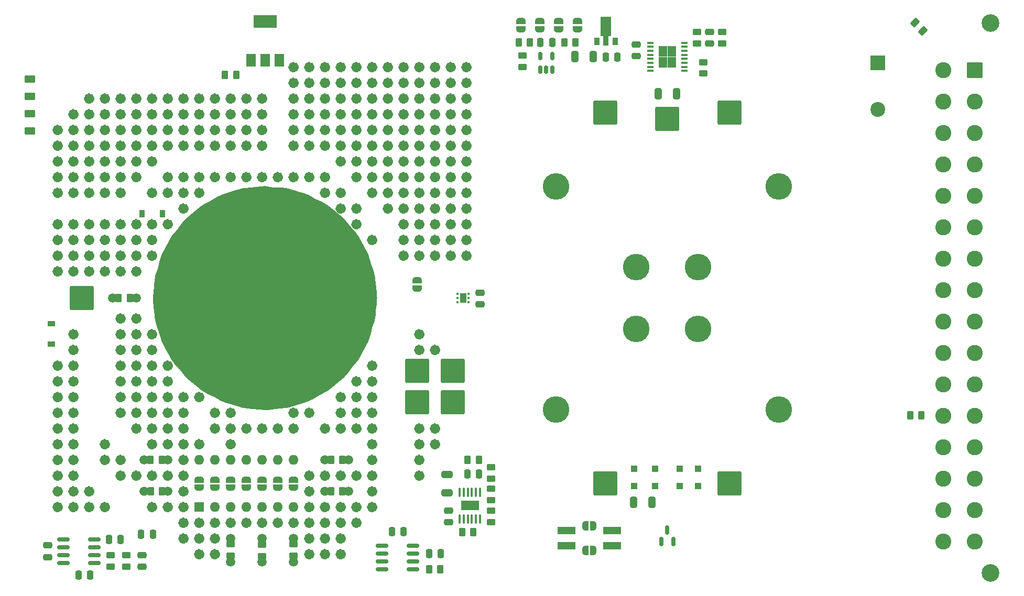
<source format=gbr>
%TF.GenerationSoftware,KiCad,Pcbnew,(6.0.0)*%
%TF.CreationDate,2022-01-14T14:41:52+01:00*%
%TF.ProjectId,ADRmu,4144526d-752e-46b6-9963-61645f706362,rev?*%
%TF.SameCoordinates,Original*%
%TF.FileFunction,Soldermask,Top*%
%TF.FilePolarity,Negative*%
%FSLAX46Y46*%
G04 Gerber Fmt 4.6, Leading zero omitted, Abs format (unit mm)*
G04 Created by KiCad (PCBNEW (6.0.0)) date 2022-01-14 14:41:52*
%MOMM*%
%LPD*%
G01*
G04 APERTURE LIST*
G04 Aperture macros list*
%AMRoundRect*
0 Rectangle with rounded corners*
0 $1 Rounding radius*
0 $2 $3 $4 $5 $6 $7 $8 $9 X,Y pos of 4 corners*
0 Add a 4 corners polygon primitive as box body*
4,1,4,$2,$3,$4,$5,$6,$7,$8,$9,$2,$3,0*
0 Add four circle primitives for the rounded corners*
1,1,$1+$1,$2,$3*
1,1,$1+$1,$4,$5*
1,1,$1+$1,$6,$7*
1,1,$1+$1,$8,$9*
0 Add four rect primitives between the rounded corners*
20,1,$1+$1,$2,$3,$4,$5,0*
20,1,$1+$1,$4,$5,$6,$7,0*
20,1,$1+$1,$6,$7,$8,$9,0*
20,1,$1+$1,$8,$9,$2,$3,0*%
%AMFreePoly0*
4,1,22,0.500000,-0.750000,0.000000,-0.750000,0.000000,-0.745033,-0.079941,-0.743568,-0.215256,-0.701293,-0.333266,-0.622738,-0.424486,-0.514219,-0.481581,-0.384460,-0.499164,-0.250000,-0.500000,-0.250000,-0.500000,0.250000,-0.499164,0.250000,-0.499963,0.256109,-0.478152,0.396186,-0.417904,0.524511,-0.324060,0.630769,-0.204165,0.706417,-0.067858,0.745374,0.000000,0.744959,0.000000,0.750000,
0.500000,0.750000,0.500000,-0.750000,0.500000,-0.750000,$1*%
%AMFreePoly1*
4,1,20,0.000000,0.744959,0.073905,0.744508,0.209726,0.703889,0.328688,0.626782,0.421226,0.519385,0.479903,0.390333,0.500000,0.250000,0.500000,-0.250000,0.499851,-0.262216,0.476331,-0.402017,0.414519,-0.529596,0.319384,-0.634700,0.198574,-0.708877,0.061801,-0.746166,0.000000,-0.745033,0.000000,-0.750000,-0.500000,-0.750000,-0.500000,0.750000,0.000000,0.750000,0.000000,0.744959,
0.000000,0.744959,$1*%
%AMFreePoly2*
4,1,9,3.862500,-0.866500,0.737500,-0.866500,0.737500,-0.450000,-0.737500,-0.450000,-0.737500,0.450000,0.737500,0.450000,0.737500,0.866500,3.862500,0.866500,3.862500,-0.866500,3.862500,-0.866500,$1*%
G04 Aperture macros list end*
%ADD10C,0.875000*%
%ADD11C,18.100000*%
%ADD12RoundRect,0.250000X0.262500X0.450000X-0.262500X0.450000X-0.262500X-0.450000X0.262500X-0.450000X0*%
%ADD13RoundRect,0.250000X0.503814X0.132583X0.132583X0.503814X-0.503814X-0.132583X-0.132583X-0.503814X0*%
%ADD14RoundRect,0.250000X0.625000X-0.375000X0.625000X0.375000X-0.625000X0.375000X-0.625000X-0.375000X0*%
%ADD15RoundRect,0.250000X-0.450000X0.262500X-0.450000X-0.262500X0.450000X-0.262500X0.450000X0.262500X0*%
%ADD16RoundRect,0.250002X1.699998X1.699998X-1.699998X1.699998X-1.699998X-1.699998X1.699998X-1.699998X0*%
%ADD17FreePoly0,270.000000*%
%ADD18FreePoly1,270.000000*%
%ADD19C,4.300000*%
%ADD20RoundRect,0.250002X-1.699998X-1.699998X1.699998X-1.699998X1.699998X1.699998X-1.699998X1.699998X0*%
%ADD21RoundRect,0.250000X-0.250000X-0.475000X0.250000X-0.475000X0.250000X0.475000X-0.250000X0.475000X0*%
%ADD22RoundRect,0.250000X-0.262500X-0.450000X0.262500X-0.450000X0.262500X0.450000X-0.262500X0.450000X0*%
%ADD23R,0.900000X1.200000*%
%ADD24FreePoly0,90.000000*%
%ADD25FreePoly1,90.000000*%
%ADD26C,2.850000*%
%ADD27RoundRect,0.250000X-1.050000X1.050000X-1.050000X-1.050000X1.050000X-1.050000X1.050000X1.050000X0*%
%ADD28C,2.600000*%
%ADD29C,1.500000*%
%ADD30RoundRect,0.150000X-0.825000X-0.150000X0.825000X-0.150000X0.825000X0.150000X-0.825000X0.150000X0*%
%ADD31RoundRect,0.093750X-0.093750X-0.106250X0.093750X-0.106250X0.093750X0.106250X-0.093750X0.106250X0*%
%ADD32R,1.000000X1.600000*%
%ADD33RoundRect,0.250000X0.450000X-0.262500X0.450000X0.262500X-0.450000X0.262500X-0.450000X-0.262500X0*%
%ADD34RoundRect,0.250000X-0.325000X-0.650000X0.325000X-0.650000X0.325000X0.650000X-0.325000X0.650000X0*%
%ADD35RoundRect,0.250000X0.650000X-0.325000X0.650000X0.325000X-0.650000X0.325000X-0.650000X-0.325000X0*%
%ADD36R,0.900000X1.300000*%
%ADD37FreePoly2,90.000000*%
%ADD38RoundRect,0.100000X0.100000X-0.625000X0.100000X0.625000X-0.100000X0.625000X-0.100000X-0.625000X0*%
%ADD39R,2.850000X1.650000*%
%ADD40RoundRect,0.250000X-0.475000X0.250000X-0.475000X-0.250000X0.475000X-0.250000X0.475000X0.250000X0*%
%ADD41RoundRect,0.250000X0.475000X-0.250000X0.475000X0.250000X-0.475000X0.250000X-0.475000X-0.250000X0*%
%ADD42FreePoly0,180.000000*%
%ADD43FreePoly1,180.000000*%
%ADD44RoundRect,0.250000X0.250000X0.475000X-0.250000X0.475000X-0.250000X-0.475000X0.250000X-0.475000X0*%
%ADD45R,2.400000X2.400000*%
%ADD46C,2.400000*%
%ADD47R,1.200000X0.900000*%
%ADD48RoundRect,0.150000X0.150000X-0.512500X0.150000X0.512500X-0.150000X0.512500X-0.150000X-0.512500X0*%
%ADD49R,1.100000X1.100000*%
%ADD50R,1.050000X0.450000*%
%ADD51R,1.470000X0.895000*%
%ADD52RoundRect,0.150000X0.150000X-0.587500X0.150000X0.587500X-0.150000X0.587500X-0.150000X-0.587500X0*%
%ADD53O,1.200000X1.600000*%
%ADD54O,1.200000X1.200000*%
%ADD55R,2.850000X1.200000*%
%ADD56R,1.600000X1.600000*%
%ADD57O,1.600000X1.600000*%
%ADD58RoundRect,0.250000X0.325000X0.650000X-0.325000X0.650000X-0.325000X-0.650000X0.325000X-0.650000X0*%
%ADD59R,1.500000X2.000000*%
%ADD60R,3.800000X2.000000*%
G04 APERTURE END LIST*
D10*
X125212500Y-85540000D02*
G75*
G03*
X125212500Y-85540000I-437500J0D01*
G01*
X122672500Y-85540000D02*
G75*
G03*
X122672500Y-85540000I-437500J0D01*
G01*
X97272500Y-85540000D02*
G75*
G03*
X97272500Y-85540000I-437500J0D01*
G01*
X109972500Y-80460000D02*
G75*
G03*
X109972500Y-80460000I-437500J0D01*
G01*
X112512500Y-80460000D02*
G75*
G03*
X112512500Y-80460000I-437500J0D01*
G01*
X94732500Y-118560000D02*
G75*
G03*
X94732500Y-118560000I-437500J0D01*
G01*
X99812500Y-136340000D02*
G75*
G03*
X99812500Y-136340000I-437500J0D01*
G01*
X87112500Y-113480000D02*
G75*
G03*
X87112500Y-113480000I-437500J0D01*
G01*
X125212500Y-80460000D02*
G75*
G03*
X125212500Y-80460000I-437500J0D01*
G01*
X89652500Y-128720000D02*
G75*
G03*
X89652500Y-128720000I-437500J0D01*
G01*
X140452500Y-67760000D02*
G75*
G03*
X140452500Y-67760000I-437500J0D01*
G01*
X117592500Y-67760000D02*
G75*
G03*
X117592500Y-67760000I-437500J0D01*
G01*
X125212500Y-88080000D02*
G75*
G03*
X125212500Y-88080000I-437500J0D01*
G01*
X87112500Y-116020000D02*
G75*
G03*
X87112500Y-116020000I-437500J0D01*
G01*
X130292500Y-67760000D02*
G75*
G03*
X130292500Y-67760000I-437500J0D01*
G01*
X130292500Y-65220000D02*
G75*
G03*
X130292500Y-65220000I-437500J0D01*
G01*
X117592500Y-141420000D02*
G75*
G03*
X117592500Y-141420000I-437500J0D01*
G01*
X84572500Y-90620000D02*
G75*
G03*
X84572500Y-90620000I-437500J0D01*
G01*
X135372500Y-128720000D02*
G75*
G03*
X135372500Y-128720000I-437500J0D01*
G01*
X125212500Y-75380000D02*
G75*
G03*
X125212500Y-75380000I-437500J0D01*
G01*
X76952500Y-83000000D02*
G75*
G03*
X76952500Y-83000000I-437500J0D01*
G01*
X115052500Y-67760000D02*
G75*
G03*
X115052500Y-67760000I-437500J0D01*
G01*
X79492500Y-75380000D02*
G75*
G03*
X79492500Y-75380000I-437500J0D01*
G01*
X94732500Y-75380000D02*
G75*
G03*
X94732500Y-75380000I-437500J0D01*
G01*
X102352500Y-67760000D02*
G75*
G03*
X102352500Y-67760000I-437500J0D01*
G01*
X79492500Y-83000000D02*
G75*
G03*
X79492500Y-83000000I-437500J0D01*
G01*
X122672500Y-136340000D02*
G75*
G03*
X122672500Y-136340000I-437500J0D01*
G01*
X125212500Y-116020000D02*
G75*
G03*
X125212500Y-116020000I-437500J0D01*
G01*
X122672500Y-62680000D02*
G75*
G03*
X122672500Y-62680000I-437500J0D01*
G01*
X107432500Y-75380000D02*
G75*
G03*
X107432500Y-75380000I-437500J0D01*
G01*
X84572500Y-75380000D02*
G75*
G03*
X84572500Y-75380000I-437500J0D01*
G01*
X102352500Y-118560000D02*
G75*
G03*
X102352500Y-118560000I-437500J0D01*
G01*
X87112500Y-118560000D02*
G75*
G03*
X87112500Y-118560000I-437500J0D01*
G01*
X94732500Y-83000000D02*
G75*
G03*
X94732500Y-83000000I-437500J0D01*
G01*
X87112500Y-93160000D02*
G75*
G03*
X87112500Y-93160000I-437500J0D01*
G01*
X122672500Y-77920000D02*
G75*
G03*
X122672500Y-77920000I-437500J0D01*
G01*
X89652500Y-77920000D02*
G75*
G03*
X89652500Y-77920000I-437500J0D01*
G01*
X92192500Y-75380000D02*
G75*
G03*
X92192500Y-75380000I-437500J0D01*
G01*
X142992500Y-65220000D02*
G75*
G03*
X142992500Y-65220000I-437500J0D01*
G01*
X92192500Y-88080000D02*
G75*
G03*
X92192500Y-88080000I-437500J0D01*
G01*
X92192500Y-83000000D02*
G75*
G03*
X92192500Y-83000000I-437500J0D01*
G01*
X122672500Y-75380000D02*
G75*
G03*
X122672500Y-75380000I-437500J0D01*
G01*
X82032500Y-90620000D02*
G75*
G03*
X82032500Y-90620000I-437500J0D01*
G01*
X87112500Y-72840000D02*
G75*
G03*
X87112500Y-72840000I-437500J0D01*
G01*
X122672500Y-70300000D02*
G75*
G03*
X122672500Y-70300000I-437500J0D01*
G01*
X84572500Y-133800000D02*
G75*
G03*
X84572500Y-133800000I-437500J0D01*
G01*
X117592500Y-136340000D02*
G75*
G03*
X117592500Y-136340000I-437500J0D01*
G01*
X107432500Y-136340000D02*
G75*
G03*
X107432500Y-136340000I-437500J0D01*
G01*
X94732500Y-67760000D02*
G75*
G03*
X94732500Y-67760000I-437500J0D01*
G01*
X109972500Y-72840000D02*
G75*
G03*
X109972500Y-72840000I-437500J0D01*
G01*
X89652500Y-121100000D02*
G75*
G03*
X89652500Y-121100000I-437500J0D01*
G01*
X135372500Y-126180000D02*
G75*
G03*
X135372500Y-126180000I-437500J0D01*
G01*
X122672500Y-67760000D02*
G75*
G03*
X122672500Y-67760000I-437500J0D01*
G01*
X117592500Y-80460000D02*
G75*
G03*
X117592500Y-80460000I-437500J0D01*
G01*
X99812500Y-80460000D02*
G75*
G03*
X99812500Y-80460000I-437500J0D01*
G01*
X140452500Y-88080000D02*
G75*
G03*
X140452500Y-88080000I-437500J0D01*
G01*
X127752500Y-75380000D02*
G75*
G03*
X127752500Y-75380000I-437500J0D01*
G01*
X127752500Y-121100000D02*
G75*
G03*
X127752500Y-121100000I-437500J0D01*
G01*
X142992500Y-70300000D02*
G75*
G03*
X142992500Y-70300000I-437500J0D01*
G01*
X97272500Y-80460000D02*
G75*
G03*
X97272500Y-80460000I-437500J0D01*
G01*
X132832500Y-85540000D02*
G75*
G03*
X132832500Y-85540000I-437500J0D01*
G01*
X137912500Y-77920000D02*
G75*
G03*
X137912500Y-77920000I-437500J0D01*
G01*
X97272500Y-70300000D02*
G75*
G03*
X97272500Y-70300000I-437500J0D01*
G01*
X120132500Y-141420000D02*
G75*
G03*
X120132500Y-141420000I-437500J0D01*
G01*
X79492500Y-128720000D02*
G75*
G03*
X79492500Y-128720000I-437500J0D01*
G01*
X104892500Y-72840000D02*
G75*
G03*
X104892500Y-72840000I-437500J0D01*
G01*
X99812500Y-72840000D02*
G75*
G03*
X99812500Y-72840000I-437500J0D01*
G01*
X84572500Y-95700000D02*
G75*
G03*
X84572500Y-95700000I-437500J0D01*
G01*
X82032500Y-131260000D02*
G75*
G03*
X82032500Y-131260000I-437500J0D01*
G01*
X89652500Y-90620000D02*
G75*
G03*
X89652500Y-90620000I-437500J0D01*
G01*
X87112500Y-90620000D02*
G75*
G03*
X87112500Y-90620000I-437500J0D01*
G01*
X99812500Y-83000000D02*
G75*
G03*
X99812500Y-83000000I-437500J0D01*
G01*
X142992500Y-83000000D02*
G75*
G03*
X142992500Y-83000000I-437500J0D01*
G01*
X79492500Y-93160000D02*
G75*
G03*
X79492500Y-93160000I-437500J0D01*
G01*
X84572500Y-77920000D02*
G75*
G03*
X84572500Y-77920000I-437500J0D01*
G01*
X107432500Y-67760000D02*
G75*
G03*
X107432500Y-67760000I-437500J0D01*
G01*
X142992500Y-93160000D02*
G75*
G03*
X142992500Y-93160000I-437500J0D01*
G01*
X127752500Y-67760000D02*
G75*
G03*
X127752500Y-67760000I-437500J0D01*
G01*
X94732500Y-121100000D02*
G75*
G03*
X94732500Y-121100000I-437500J0D01*
G01*
X92192500Y-113480000D02*
G75*
G03*
X92192500Y-113480000I-437500J0D01*
G01*
X79492500Y-123640000D02*
G75*
G03*
X79492500Y-123640000I-437500J0D01*
G01*
X89652500Y-103320000D02*
G75*
G03*
X89652500Y-103320000I-437500J0D01*
G01*
X122672500Y-128720000D02*
G75*
G03*
X122672500Y-128720000I-437500J0D01*
G01*
D11*
X119050000Y-100000000D02*
G75*
G03*
X119050000Y-100000000I-9050000J0D01*
G01*
D10*
X89652500Y-67760000D02*
G75*
G03*
X89652500Y-67760000I-437500J0D01*
G01*
X132832500Y-72840000D02*
G75*
G03*
X132832500Y-72840000I-437500J0D01*
G01*
X76952500Y-133800000D02*
G75*
G03*
X76952500Y-133800000I-437500J0D01*
G01*
X107432500Y-70300000D02*
G75*
G03*
X107432500Y-70300000I-437500J0D01*
G01*
X94732500Y-113480000D02*
G75*
G03*
X94732500Y-113480000I-437500J0D01*
G01*
X112512500Y-121100000D02*
G75*
G03*
X112512500Y-121100000I-437500J0D01*
G01*
X122672500Y-65220000D02*
G75*
G03*
X122672500Y-65220000I-437500J0D01*
G01*
X92192500Y-70300000D02*
G75*
G03*
X92192500Y-70300000I-437500J0D01*
G01*
X76952500Y-113480000D02*
G75*
G03*
X76952500Y-113480000I-437500J0D01*
G01*
X76952500Y-93160000D02*
G75*
G03*
X76952500Y-93160000I-437500J0D01*
G01*
X76952500Y-95700000D02*
G75*
G03*
X76952500Y-95700000I-437500J0D01*
G01*
X122672500Y-133800000D02*
G75*
G03*
X122672500Y-133800000I-437500J0D01*
G01*
X79492500Y-131260000D02*
G75*
G03*
X79492500Y-131260000I-437500J0D01*
G01*
X140452500Y-93160000D02*
G75*
G03*
X140452500Y-93160000I-437500J0D01*
G01*
X104892500Y-136340000D02*
G75*
G03*
X104892500Y-136340000I-437500J0D01*
G01*
X127752500Y-70300000D02*
G75*
G03*
X127752500Y-70300000I-437500J0D01*
G01*
X127752500Y-128720000D02*
G75*
G03*
X127752500Y-128720000I-437500J0D01*
G01*
X117592500Y-128720000D02*
G75*
G03*
X117592500Y-128720000I-437500J0D01*
G01*
X79492500Y-121100000D02*
G75*
G03*
X79492500Y-121100000I-437500J0D01*
G01*
X140452500Y-72840000D02*
G75*
G03*
X140452500Y-72840000I-437500J0D01*
G01*
X97272500Y-136340000D02*
G75*
G03*
X97272500Y-136340000I-437500J0D01*
G01*
X127752500Y-72840000D02*
G75*
G03*
X127752500Y-72840000I-437500J0D01*
G01*
X79492500Y-116020000D02*
G75*
G03*
X79492500Y-116020000I-437500J0D01*
G01*
X76952500Y-72840000D02*
G75*
G03*
X76952500Y-72840000I-437500J0D01*
G01*
X89652500Y-80460000D02*
G75*
G03*
X89652500Y-80460000I-437500J0D01*
G01*
X94732500Y-103320000D02*
G75*
G03*
X94732500Y-103320000I-437500J0D01*
G01*
X102352500Y-72840000D02*
G75*
G03*
X102352500Y-72840000I-437500J0D01*
G01*
X127752500Y-65220000D02*
G75*
G03*
X127752500Y-65220000I-437500J0D01*
G01*
X76952500Y-77920000D02*
G75*
G03*
X76952500Y-77920000I-437500J0D01*
G01*
X76952500Y-126180000D02*
G75*
G03*
X76952500Y-126180000I-437500J0D01*
G01*
X92192500Y-93160000D02*
G75*
G03*
X92192500Y-93160000I-437500J0D01*
G01*
X137912500Y-62680000D02*
G75*
G03*
X137912500Y-62680000I-437500J0D01*
G01*
X89652500Y-118560000D02*
G75*
G03*
X89652500Y-118560000I-437500J0D01*
G01*
X137912500Y-80460000D02*
G75*
G03*
X137912500Y-80460000I-437500J0D01*
G01*
X104892500Y-80460000D02*
G75*
G03*
X104892500Y-80460000I-437500J0D01*
G01*
X79492500Y-90620000D02*
G75*
G03*
X79492500Y-90620000I-437500J0D01*
G01*
X130292500Y-72840000D02*
G75*
G03*
X130292500Y-72840000I-437500J0D01*
G01*
X79492500Y-113480000D02*
G75*
G03*
X79492500Y-113480000I-437500J0D01*
G01*
X92192500Y-123640000D02*
G75*
G03*
X92192500Y-123640000I-437500J0D01*
G01*
X109972500Y-67760000D02*
G75*
G03*
X109972500Y-67760000I-437500J0D01*
G01*
X89652500Y-88080000D02*
G75*
G03*
X89652500Y-88080000I-437500J0D01*
G01*
X92192500Y-67760000D02*
G75*
G03*
X92192500Y-67760000I-437500J0D01*
G01*
X84572500Y-67760000D02*
G75*
G03*
X84572500Y-67760000I-437500J0D01*
G01*
X117592500Y-133800000D02*
G75*
G03*
X117592500Y-133800000I-437500J0D01*
G01*
X109972500Y-75380000D02*
G75*
G03*
X109972500Y-75380000I-437500J0D01*
G01*
X125212500Y-67760000D02*
G75*
G03*
X125212500Y-67760000I-437500J0D01*
G01*
X104892500Y-121100000D02*
G75*
G03*
X104892500Y-121100000I-437500J0D01*
G01*
X89652500Y-72840000D02*
G75*
G03*
X89652500Y-72840000I-437500J0D01*
G01*
X99812500Y-75380000D02*
G75*
G03*
X99812500Y-75380000I-437500J0D01*
G01*
X104892500Y-123640000D02*
G75*
G03*
X104892500Y-123640000I-437500J0D01*
G01*
X76952500Y-75380000D02*
G75*
G03*
X76952500Y-75380000I-437500J0D01*
G01*
X137912500Y-83000000D02*
G75*
G03*
X137912500Y-83000000I-437500J0D01*
G01*
X87112500Y-95700000D02*
G75*
G03*
X87112500Y-95700000I-437500J0D01*
G01*
X125212500Y-133800000D02*
G75*
G03*
X125212500Y-133800000I-437500J0D01*
G01*
X92192500Y-110940000D02*
G75*
G03*
X92192500Y-110940000I-437500J0D01*
G01*
X142992500Y-88080000D02*
G75*
G03*
X142992500Y-88080000I-437500J0D01*
G01*
X132832500Y-77920000D02*
G75*
G03*
X132832500Y-77920000I-437500J0D01*
G01*
X87112500Y-75380000D02*
G75*
G03*
X87112500Y-75380000I-437500J0D01*
G01*
X127752500Y-90620000D02*
G75*
G03*
X127752500Y-90620000I-437500J0D01*
G01*
X107432500Y-72840000D02*
G75*
G03*
X107432500Y-72840000I-437500J0D01*
G01*
X97272500Y-118560000D02*
G75*
G03*
X97272500Y-118560000I-437500J0D01*
G01*
X94732500Y-133800000D02*
G75*
G03*
X94732500Y-133800000I-437500J0D01*
G01*
X87112500Y-105860000D02*
G75*
G03*
X87112500Y-105860000I-437500J0D01*
G01*
X76952500Y-123640000D02*
G75*
G03*
X76952500Y-123640000I-437500J0D01*
G01*
X84572500Y-93160000D02*
G75*
G03*
X84572500Y-93160000I-437500J0D01*
G01*
X135372500Y-77920000D02*
G75*
G03*
X135372500Y-77920000I-437500J0D01*
G01*
X97272500Y-83000000D02*
G75*
G03*
X97272500Y-83000000I-437500J0D01*
G01*
X142992500Y-75380000D02*
G75*
G03*
X142992500Y-75380000I-437500J0D01*
G01*
X109972500Y-136340000D02*
G75*
G03*
X109972500Y-136340000I-437500J0D01*
G01*
X122672500Y-83000000D02*
G75*
G03*
X122672500Y-83000000I-437500J0D01*
G01*
X87112500Y-80460000D02*
G75*
G03*
X87112500Y-80460000I-437500J0D01*
G01*
X97272500Y-126180000D02*
G75*
G03*
X97272500Y-126180000I-437500J0D01*
G01*
X79492500Y-77920000D02*
G75*
G03*
X79492500Y-77920000I-437500J0D01*
G01*
X115052500Y-121100000D02*
G75*
G03*
X115052500Y-121100000I-437500J0D01*
G01*
X79492500Y-88080000D02*
G75*
G03*
X79492500Y-88080000I-437500J0D01*
G01*
X142992500Y-67760000D02*
G75*
G03*
X142992500Y-67760000I-437500J0D01*
G01*
X97272500Y-116020000D02*
G75*
G03*
X97272500Y-116020000I-437500J0D01*
G01*
X115052500Y-65220000D02*
G75*
G03*
X115052500Y-65220000I-437500J0D01*
G01*
X130292500Y-77920000D02*
G75*
G03*
X130292500Y-77920000I-437500J0D01*
G01*
X120132500Y-136340000D02*
G75*
G03*
X120132500Y-136340000I-437500J0D01*
G01*
X79492500Y-80460000D02*
G75*
G03*
X79492500Y-80460000I-437500J0D01*
G01*
X102352500Y-141420000D02*
G75*
G03*
X102352500Y-141420000I-437500J0D01*
G01*
X82032500Y-75380000D02*
G75*
G03*
X82032500Y-75380000I-437500J0D01*
G01*
X112512500Y-136340000D02*
G75*
G03*
X112512500Y-136340000I-437500J0D01*
G01*
X135372500Y-62680000D02*
G75*
G03*
X135372500Y-62680000I-437500J0D01*
G01*
X97272500Y-72840000D02*
G75*
G03*
X97272500Y-72840000I-437500J0D01*
G01*
X125212500Y-62680000D02*
G75*
G03*
X125212500Y-62680000I-437500J0D01*
G01*
X79492500Y-70300000D02*
G75*
G03*
X79492500Y-70300000I-437500J0D01*
G01*
X92192500Y-72840000D02*
G75*
G03*
X92192500Y-72840000I-437500J0D01*
G01*
X120132500Y-75380000D02*
G75*
G03*
X120132500Y-75380000I-437500J0D01*
G01*
X135372500Y-90620000D02*
G75*
G03*
X135372500Y-90620000I-437500J0D01*
G01*
X84572500Y-70300000D02*
G75*
G03*
X84572500Y-70300000I-437500J0D01*
G01*
X82032500Y-77920000D02*
G75*
G03*
X82032500Y-77920000I-437500J0D01*
G01*
X99812500Y-138880000D02*
G75*
G03*
X99812500Y-138880000I-437500J0D01*
G01*
X92192500Y-90620000D02*
G75*
G03*
X92192500Y-90620000I-437500J0D01*
G01*
X92192500Y-118560000D02*
G75*
G03*
X92192500Y-118560000I-437500J0D01*
G01*
X127752500Y-131260000D02*
G75*
G03*
X127752500Y-131260000I-437500J0D01*
G01*
X94732500Y-70300000D02*
G75*
G03*
X94732500Y-70300000I-437500J0D01*
G01*
X132832500Y-70300000D02*
G75*
G03*
X132832500Y-70300000I-437500J0D01*
G01*
X127752500Y-133800000D02*
G75*
G03*
X127752500Y-133800000I-437500J0D01*
G01*
X137912500Y-93160000D02*
G75*
G03*
X137912500Y-93160000I-437500J0D01*
G01*
X79492500Y-118560000D02*
G75*
G03*
X79492500Y-118560000I-437500J0D01*
G01*
X76952500Y-131260000D02*
G75*
G03*
X76952500Y-131260000I-437500J0D01*
G01*
X117592500Y-118560000D02*
G75*
G03*
X117592500Y-118560000I-437500J0D01*
G01*
X89652500Y-108400000D02*
G75*
G03*
X89652500Y-108400000I-437500J0D01*
G01*
X137912500Y-123640000D02*
G75*
G03*
X137912500Y-123640000I-437500J0D01*
G01*
X76952500Y-80460000D02*
G75*
G03*
X76952500Y-80460000I-437500J0D01*
G01*
X127752500Y-62680000D02*
G75*
G03*
X127752500Y-62680000I-437500J0D01*
G01*
X122672500Y-121100000D02*
G75*
G03*
X122672500Y-121100000I-437500J0D01*
G01*
X82032500Y-72840000D02*
G75*
G03*
X82032500Y-72840000I-437500J0D01*
G01*
X142992500Y-62680000D02*
G75*
G03*
X142992500Y-62680000I-437500J0D01*
G01*
X84572500Y-72840000D02*
G75*
G03*
X84572500Y-72840000I-437500J0D01*
G01*
X127752500Y-116020000D02*
G75*
G03*
X127752500Y-116020000I-437500J0D01*
G01*
X125212500Y-113480000D02*
G75*
G03*
X125212500Y-113480000I-437500J0D01*
G01*
X125212500Y-136340000D02*
G75*
G03*
X125212500Y-136340000I-437500J0D01*
G01*
X132832500Y-93160000D02*
G75*
G03*
X132832500Y-93160000I-437500J0D01*
G01*
X76952500Y-90620000D02*
G75*
G03*
X76952500Y-90620000I-437500J0D01*
G01*
X104892500Y-67760000D02*
G75*
G03*
X104892500Y-67760000I-437500J0D01*
G01*
X115052500Y-136340000D02*
G75*
G03*
X115052500Y-136340000I-437500J0D01*
G01*
X82032500Y-67760000D02*
G75*
G03*
X82032500Y-67760000I-437500J0D01*
G01*
X115052500Y-72840000D02*
G75*
G03*
X115052500Y-72840000I-437500J0D01*
G01*
X120132500Y-65220000D02*
G75*
G03*
X120132500Y-65220000I-437500J0D01*
G01*
X97272500Y-67760000D02*
G75*
G03*
X97272500Y-67760000I-437500J0D01*
G01*
X132832500Y-67760000D02*
G75*
G03*
X132832500Y-67760000I-437500J0D01*
G01*
X120132500Y-70300000D02*
G75*
G03*
X120132500Y-70300000I-437500J0D01*
G01*
X120132500Y-83000000D02*
G75*
G03*
X120132500Y-83000000I-437500J0D01*
G01*
X120132500Y-72840000D02*
G75*
G03*
X120132500Y-72840000I-437500J0D01*
G01*
X135372500Y-72840000D02*
G75*
G03*
X135372500Y-72840000I-437500J0D01*
G01*
X115052500Y-75380000D02*
G75*
G03*
X115052500Y-75380000I-437500J0D01*
G01*
X79492500Y-95700000D02*
G75*
G03*
X79492500Y-95700000I-437500J0D01*
G01*
X84572500Y-80460000D02*
G75*
G03*
X84572500Y-80460000I-437500J0D01*
G01*
X125212500Y-121100000D02*
G75*
G03*
X125212500Y-121100000I-437500J0D01*
G01*
X137912500Y-85540000D02*
G75*
G03*
X137912500Y-85540000I-437500J0D01*
G01*
X137912500Y-65220000D02*
G75*
G03*
X137912500Y-65220000I-437500J0D01*
G01*
X76952500Y-88080000D02*
G75*
G03*
X76952500Y-88080000I-437500J0D01*
G01*
X117592500Y-131260000D02*
G75*
G03*
X117592500Y-131260000I-437500J0D01*
G01*
X115052500Y-80460000D02*
G75*
G03*
X115052500Y-80460000I-437500J0D01*
G01*
X79492500Y-72840000D02*
G75*
G03*
X79492500Y-72840000I-437500J0D01*
G01*
X99812500Y-116020000D02*
G75*
G03*
X99812500Y-116020000I-437500J0D01*
G01*
X87112500Y-126180000D02*
G75*
G03*
X87112500Y-126180000I-437500J0D01*
G01*
X92192500Y-105860000D02*
G75*
G03*
X92192500Y-105860000I-437500J0D01*
G01*
X125212500Y-65220000D02*
G75*
G03*
X125212500Y-65220000I-437500J0D01*
G01*
X84572500Y-126180000D02*
G75*
G03*
X84572500Y-126180000I-437500J0D01*
G01*
X94732500Y-88080000D02*
G75*
G03*
X94732500Y-88080000I-437500J0D01*
G01*
X97272500Y-138880000D02*
G75*
G03*
X97272500Y-138880000I-437500J0D01*
G01*
X132832500Y-65220000D02*
G75*
G03*
X132832500Y-65220000I-437500J0D01*
G01*
X102352500Y-70300000D02*
G75*
G03*
X102352500Y-70300000I-437500J0D01*
G01*
X135372500Y-88080000D02*
G75*
G03*
X135372500Y-88080000I-437500J0D01*
G01*
X120132500Y-80460000D02*
G75*
G03*
X120132500Y-80460000I-437500J0D01*
G01*
X125212500Y-77920000D02*
G75*
G03*
X125212500Y-77920000I-437500J0D01*
G01*
X127752500Y-126180000D02*
G75*
G03*
X127752500Y-126180000I-437500J0D01*
G01*
X130292500Y-62680000D02*
G75*
G03*
X130292500Y-62680000I-437500J0D01*
G01*
X135372500Y-105860000D02*
G75*
G03*
X135372500Y-105860000I-437500J0D01*
G01*
X89652500Y-116020000D02*
G75*
G03*
X89652500Y-116020000I-437500J0D01*
G01*
X104892500Y-70300000D02*
G75*
G03*
X104892500Y-70300000I-437500J0D01*
G01*
X92192500Y-133800000D02*
G75*
G03*
X92192500Y-133800000I-437500J0D01*
G01*
X137912500Y-70300000D02*
G75*
G03*
X137912500Y-70300000I-437500J0D01*
G01*
X130292500Y-83000000D02*
G75*
G03*
X130292500Y-83000000I-437500J0D01*
G01*
X89652500Y-113480000D02*
G75*
G03*
X89652500Y-113480000I-437500J0D01*
G01*
X142992500Y-80460000D02*
G75*
G03*
X142992500Y-80460000I-437500J0D01*
G01*
X117592500Y-70300000D02*
G75*
G03*
X117592500Y-70300000I-437500J0D01*
G01*
X94732500Y-80460000D02*
G75*
G03*
X94732500Y-80460000I-437500J0D01*
G01*
X82032500Y-133800000D02*
G75*
G03*
X82032500Y-133800000I-437500J0D01*
G01*
X102352500Y-75380000D02*
G75*
G03*
X102352500Y-75380000I-437500J0D01*
G01*
X102352500Y-80460000D02*
G75*
G03*
X102352500Y-80460000I-437500J0D01*
G01*
X97272500Y-131260000D02*
G75*
G03*
X97272500Y-131260000I-437500J0D01*
G01*
X76952500Y-110940000D02*
G75*
G03*
X76952500Y-110940000I-437500J0D01*
G01*
X94732500Y-72840000D02*
G75*
G03*
X94732500Y-72840000I-437500J0D01*
G01*
X97272500Y-133800000D02*
G75*
G03*
X97272500Y-133800000I-437500J0D01*
G01*
X87112500Y-88080000D02*
G75*
G03*
X87112500Y-88080000I-437500J0D01*
G01*
X97272500Y-123640000D02*
G75*
G03*
X97272500Y-123640000I-437500J0D01*
G01*
X142992500Y-77920000D02*
G75*
G03*
X142992500Y-77920000I-437500J0D01*
G01*
X97272500Y-75380000D02*
G75*
G03*
X97272500Y-75380000I-437500J0D01*
G01*
X135372500Y-93160000D02*
G75*
G03*
X135372500Y-93160000I-437500J0D01*
G01*
X82032500Y-80460000D02*
G75*
G03*
X82032500Y-80460000I-437500J0D01*
G01*
X120132500Y-67760000D02*
G75*
G03*
X120132500Y-67760000I-437500J0D01*
G01*
X76952500Y-118560000D02*
G75*
G03*
X76952500Y-118560000I-437500J0D01*
G01*
X94732500Y-110940000D02*
G75*
G03*
X94732500Y-110940000I-437500J0D01*
G01*
X122672500Y-72840000D02*
G75*
G03*
X122672500Y-72840000I-437500J0D01*
G01*
X115052500Y-62680000D02*
G75*
G03*
X115052500Y-62680000I-437500J0D01*
G01*
X127752500Y-110940000D02*
G75*
G03*
X127752500Y-110940000I-437500J0D01*
G01*
X125212500Y-70300000D02*
G75*
G03*
X125212500Y-70300000I-437500J0D01*
G01*
X87112500Y-110940000D02*
G75*
G03*
X87112500Y-110940000I-437500J0D01*
G01*
X137912500Y-75380000D02*
G75*
G03*
X137912500Y-75380000I-437500J0D01*
G01*
X94732500Y-116020000D02*
G75*
G03*
X94732500Y-116020000I-437500J0D01*
G01*
X132832500Y-62680000D02*
G75*
G03*
X132832500Y-62680000I-437500J0D01*
G01*
X82032500Y-70300000D02*
G75*
G03*
X82032500Y-70300000I-437500J0D01*
G01*
X142992500Y-85540000D02*
G75*
G03*
X142992500Y-85540000I-437500J0D01*
G01*
X130292500Y-85540000D02*
G75*
G03*
X130292500Y-85540000I-437500J0D01*
G01*
X130292500Y-75380000D02*
G75*
G03*
X130292500Y-75380000I-437500J0D01*
G01*
X79492500Y-133800000D02*
G75*
G03*
X79492500Y-133800000I-437500J0D01*
G01*
X127752500Y-123640000D02*
G75*
G03*
X127752500Y-123640000I-437500J0D01*
G01*
X89652500Y-105860000D02*
G75*
G03*
X89652500Y-105860000I-437500J0D01*
G01*
X120132500Y-128720000D02*
G75*
G03*
X120132500Y-128720000I-437500J0D01*
G01*
X135372500Y-85540000D02*
G75*
G03*
X135372500Y-85540000I-437500J0D01*
G01*
X125212500Y-118560000D02*
G75*
G03*
X125212500Y-118560000I-437500J0D01*
G01*
X102352500Y-136340000D02*
G75*
G03*
X102352500Y-136340000I-437500J0D01*
G01*
X132832500Y-88080000D02*
G75*
G03*
X132832500Y-88080000I-437500J0D01*
G01*
X120132500Y-138880000D02*
G75*
G03*
X120132500Y-138880000I-437500J0D01*
G01*
X132832500Y-83000000D02*
G75*
G03*
X132832500Y-83000000I-437500J0D01*
G01*
X104892500Y-75380000D02*
G75*
G03*
X104892500Y-75380000I-437500J0D01*
G01*
X120132500Y-121100000D02*
G75*
G03*
X120132500Y-121100000I-437500J0D01*
G01*
X76952500Y-128720000D02*
G75*
G03*
X76952500Y-128720000I-437500J0D01*
G01*
X117592500Y-75380000D02*
G75*
G03*
X117592500Y-75380000I-437500J0D01*
G01*
X87112500Y-103320000D02*
G75*
G03*
X87112500Y-103320000I-437500J0D01*
G01*
X127752500Y-77920000D02*
G75*
G03*
X127752500Y-77920000I-437500J0D01*
G01*
X135372500Y-80460000D02*
G75*
G03*
X135372500Y-80460000I-437500J0D01*
G01*
X79492500Y-110940000D02*
G75*
G03*
X79492500Y-110940000I-437500J0D01*
G01*
X82032500Y-83000000D02*
G75*
G03*
X82032500Y-83000000I-437500J0D01*
G01*
X132832500Y-90620000D02*
G75*
G03*
X132832500Y-90620000I-437500J0D01*
G01*
X140452500Y-75380000D02*
G75*
G03*
X140452500Y-75380000I-437500J0D01*
G01*
X140452500Y-65220000D02*
G75*
G03*
X140452500Y-65220000I-437500J0D01*
G01*
X79492500Y-105860000D02*
G75*
G03*
X79492500Y-105860000I-437500J0D01*
G01*
X117592500Y-72840000D02*
G75*
G03*
X117592500Y-72840000I-437500J0D01*
G01*
X87112500Y-70300000D02*
G75*
G03*
X87112500Y-70300000I-437500J0D01*
G01*
X92192500Y-108400000D02*
G75*
G03*
X92192500Y-108400000I-437500J0D01*
G01*
X127752500Y-80460000D02*
G75*
G03*
X127752500Y-80460000I-437500J0D01*
G01*
X137912500Y-108400000D02*
G75*
G03*
X137912500Y-108400000I-437500J0D01*
G01*
X115052500Y-70300000D02*
G75*
G03*
X115052500Y-70300000I-437500J0D01*
G01*
X132832500Y-80460000D02*
G75*
G03*
X132832500Y-80460000I-437500J0D01*
G01*
X87112500Y-67760000D02*
G75*
G03*
X87112500Y-67760000I-437500J0D01*
G01*
X135372500Y-70300000D02*
G75*
G03*
X135372500Y-70300000I-437500J0D01*
G01*
X117592500Y-138880000D02*
G75*
G03*
X117592500Y-138880000I-437500J0D01*
G01*
X117592500Y-62680000D02*
G75*
G03*
X117592500Y-62680000I-437500J0D01*
G01*
X92192500Y-77920000D02*
G75*
G03*
X92192500Y-77920000I-437500J0D01*
G01*
X122672500Y-141420000D02*
G75*
G03*
X122672500Y-141420000I-437500J0D01*
G01*
X120132500Y-133800000D02*
G75*
G03*
X120132500Y-133800000I-437500J0D01*
G01*
X107432500Y-121100000D02*
G75*
G03*
X107432500Y-121100000I-437500J0D01*
G01*
X122672500Y-138880000D02*
G75*
G03*
X122672500Y-138880000I-437500J0D01*
G01*
X87112500Y-77920000D02*
G75*
G03*
X87112500Y-77920000I-437500J0D01*
G01*
X135372500Y-123640000D02*
G75*
G03*
X135372500Y-123640000I-437500J0D01*
G01*
X94732500Y-123640000D02*
G75*
G03*
X94732500Y-123640000I-437500J0D01*
G01*
X135372500Y-65220000D02*
G75*
G03*
X135372500Y-65220000I-437500J0D01*
G01*
X127752500Y-83000000D02*
G75*
G03*
X127752500Y-83000000I-437500J0D01*
G01*
X92192500Y-128720000D02*
G75*
G03*
X92192500Y-128720000I-437500J0D01*
G01*
X135372500Y-83000000D02*
G75*
G03*
X135372500Y-83000000I-437500J0D01*
G01*
X140452500Y-80460000D02*
G75*
G03*
X140452500Y-80460000I-437500J0D01*
G01*
X79492500Y-126180000D02*
G75*
G03*
X79492500Y-126180000I-437500J0D01*
G01*
X99812500Y-123640000D02*
G75*
G03*
X99812500Y-123640000I-437500J0D01*
G01*
X82032500Y-93160000D02*
G75*
G03*
X82032500Y-93160000I-437500J0D01*
G01*
X82032500Y-88080000D02*
G75*
G03*
X82032500Y-88080000I-437500J0D01*
G01*
X89652500Y-93160000D02*
G75*
G03*
X89652500Y-93160000I-437500J0D01*
G01*
X115052500Y-118560000D02*
G75*
G03*
X115052500Y-118560000I-437500J0D01*
G01*
X135372500Y-67760000D02*
G75*
G03*
X135372500Y-67760000I-437500J0D01*
G01*
X99812500Y-70300000D02*
G75*
G03*
X99812500Y-70300000I-437500J0D01*
G01*
X76952500Y-116020000D02*
G75*
G03*
X76952500Y-116020000I-437500J0D01*
G01*
X137912500Y-72840000D02*
G75*
G03*
X137912500Y-72840000I-437500J0D01*
G01*
X97272500Y-121100000D02*
G75*
G03*
X97272500Y-121100000I-437500J0D01*
G01*
X89652500Y-75380000D02*
G75*
G03*
X89652500Y-75380000I-437500J0D01*
G01*
X84572500Y-123640000D02*
G75*
G03*
X84572500Y-123640000I-437500J0D01*
G01*
X142992500Y-72840000D02*
G75*
G03*
X142992500Y-72840000I-437500J0D01*
G01*
X130292500Y-80460000D02*
G75*
G03*
X130292500Y-80460000I-437500J0D01*
G01*
X79492500Y-108400000D02*
G75*
G03*
X79492500Y-108400000I-437500J0D01*
G01*
X87112500Y-128720000D02*
G75*
G03*
X87112500Y-128720000I-437500J0D01*
G01*
X140452500Y-85540000D02*
G75*
G03*
X140452500Y-85540000I-437500J0D01*
G01*
X132832500Y-75380000D02*
G75*
G03*
X132832500Y-75380000I-437500J0D01*
G01*
X97272500Y-128720000D02*
G75*
G03*
X97272500Y-128720000I-437500J0D01*
G01*
X122672500Y-118560000D02*
G75*
G03*
X122672500Y-118560000I-437500J0D01*
G01*
X92192500Y-121100000D02*
G75*
G03*
X92192500Y-121100000I-437500J0D01*
G01*
X125212500Y-72840000D02*
G75*
G03*
X125212500Y-72840000I-437500J0D01*
G01*
X87112500Y-83000000D02*
G75*
G03*
X87112500Y-83000000I-437500J0D01*
G01*
X140452500Y-83000000D02*
G75*
G03*
X140452500Y-83000000I-437500J0D01*
G01*
X89652500Y-110940000D02*
G75*
G03*
X89652500Y-110940000I-437500J0D01*
G01*
X135372500Y-75380000D02*
G75*
G03*
X135372500Y-75380000I-437500J0D01*
G01*
X87112500Y-108400000D02*
G75*
G03*
X87112500Y-108400000I-437500J0D01*
G01*
X99812500Y-67760000D02*
G75*
G03*
X99812500Y-67760000I-437500J0D01*
G01*
X140452500Y-70300000D02*
G75*
G03*
X140452500Y-70300000I-437500J0D01*
G01*
X94732500Y-105860000D02*
G75*
G03*
X94732500Y-105860000I-437500J0D01*
G01*
X99812500Y-141420000D02*
G75*
G03*
X99812500Y-141420000I-437500J0D01*
G01*
X137912500Y-90620000D02*
G75*
G03*
X137912500Y-90620000I-437500J0D01*
G01*
X84572500Y-88080000D02*
G75*
G03*
X84572500Y-88080000I-437500J0D01*
G01*
X107432500Y-80460000D02*
G75*
G03*
X107432500Y-80460000I-437500J0D01*
G01*
X109972500Y-121100000D02*
G75*
G03*
X109972500Y-121100000I-437500J0D01*
G01*
X142992500Y-90620000D02*
G75*
G03*
X142992500Y-90620000I-437500J0D01*
G01*
X76952500Y-121100000D02*
G75*
G03*
X76952500Y-121100000I-437500J0D01*
G01*
X135372500Y-108400000D02*
G75*
G03*
X135372500Y-108400000I-437500J0D01*
G01*
X137912500Y-67760000D02*
G75*
G03*
X137912500Y-67760000I-437500J0D01*
G01*
X140452500Y-62680000D02*
G75*
G03*
X140452500Y-62680000I-437500J0D01*
G01*
X125212500Y-128720000D02*
G75*
G03*
X125212500Y-128720000I-437500J0D01*
G01*
X102352500Y-138880000D02*
G75*
G03*
X102352500Y-138880000I-437500J0D01*
G01*
X120132500Y-62680000D02*
G75*
G03*
X120132500Y-62680000I-437500J0D01*
G01*
X135372500Y-121100000D02*
G75*
G03*
X135372500Y-121100000I-437500J0D01*
G01*
X137912500Y-121100000D02*
G75*
G03*
X137912500Y-121100000I-437500J0D01*
G01*
X104892500Y-118560000D02*
G75*
G03*
X104892500Y-118560000I-437500J0D01*
G01*
X130292500Y-70300000D02*
G75*
G03*
X130292500Y-70300000I-437500J0D01*
G01*
X137912500Y-88080000D02*
G75*
G03*
X137912500Y-88080000I-437500J0D01*
G01*
X140452500Y-77920000D02*
G75*
G03*
X140452500Y-77920000I-437500J0D01*
G01*
X127752500Y-113480000D02*
G75*
G03*
X127752500Y-113480000I-437500J0D01*
G01*
X127752500Y-118560000D02*
G75*
G03*
X127752500Y-118560000I-437500J0D01*
G01*
X89652500Y-70300000D02*
G75*
G03*
X89652500Y-70300000I-437500J0D01*
G01*
X140452500Y-90620000D02*
G75*
G03*
X140452500Y-90620000I-437500J0D01*
G01*
X122672500Y-116020000D02*
G75*
G03*
X122672500Y-116020000I-437500J0D01*
G01*
X84572500Y-83000000D02*
G75*
G03*
X84572500Y-83000000I-437500J0D01*
G01*
X109972500Y-70300000D02*
G75*
G03*
X109972500Y-70300000I-437500J0D01*
G01*
X82032500Y-95700000D02*
G75*
G03*
X82032500Y-95700000I-437500J0D01*
G01*
X102352500Y-121100000D02*
G75*
G03*
X102352500Y-121100000I-437500J0D01*
G01*
X92192500Y-116020000D02*
G75*
G03*
X92192500Y-116020000I-437500J0D01*
G01*
X94732500Y-128720000D02*
G75*
G03*
X94732500Y-128720000I-437500J0D01*
G01*
X117592500Y-65220000D02*
G75*
G03*
X117592500Y-65220000I-437500J0D01*
G01*
X89652500Y-95700000D02*
G75*
G03*
X89652500Y-95700000I-437500J0D01*
G01*
D12*
%TO.C,R306*%
X152804500Y-58674000D03*
X150979500Y-58674000D03*
%TD*%
D13*
%TO.C,R302*%
X216291235Y-56779235D03*
X215000765Y-55488765D03*
%TD*%
D12*
%TO.C,R201*%
X105367500Y-63950000D03*
X103542500Y-63950000D03*
%TD*%
D14*
%TO.C,D306*%
X72000000Y-73000000D03*
X72000000Y-70200000D03*
%TD*%
D15*
%TO.C,R312*%
X146558000Y-127357500D03*
X146558000Y-129182500D03*
%TD*%
D16*
%TO.C,J305*%
X185000000Y-130000000D03*
%TD*%
D17*
%TO.C,JP201*%
X134620000Y-97140000D03*
D18*
X134620000Y-98440000D03*
%TD*%
D19*
%TO.C,H303*%
X157000000Y-118000000D03*
%TD*%
D20*
%TO.C,J301*%
X185000000Y-70000000D03*
%TD*%
D21*
%TO.C,C204*%
X79888000Y-144780000D03*
X81788000Y-144780000D03*
%TD*%
D22*
%TO.C,R213*%
X120682500Y-126180000D03*
X122507500Y-126180000D03*
%TD*%
%TO.C,R220*%
X136496000Y-143866000D03*
X138321000Y-143866000D03*
%TD*%
D21*
%TO.C,C307*%
X154498000Y-58674000D03*
X156398000Y-58674000D03*
%TD*%
D19*
%TO.C,H306*%
X170000000Y-95000000D03*
%TD*%
D23*
%TO.C,D201*%
X90105000Y-86360000D03*
X93405000Y-86360000D03*
%TD*%
D12*
%TO.C,R305*%
X160170500Y-58674000D03*
X158345500Y-58674000D03*
%TD*%
D24*
%TO.C,JP224*%
X109535000Y-130650000D03*
D25*
X109535000Y-129350000D03*
%TD*%
D26*
%TO.C,J1*%
X227240000Y-144450000D03*
X227240000Y-55550000D03*
D27*
X224700000Y-63170000D03*
D28*
X224700000Y-68250000D03*
X224700000Y-73330000D03*
X224700000Y-78410000D03*
X224700000Y-83490000D03*
X224700000Y-88570000D03*
X224700000Y-93650000D03*
X224700000Y-98730000D03*
X224700000Y-103810000D03*
X224700000Y-108890000D03*
X224700000Y-113970000D03*
X224700000Y-119050000D03*
X224700000Y-124130000D03*
X224700000Y-129210000D03*
X224700000Y-134290000D03*
X224700000Y-139370000D03*
X219620000Y-63170000D03*
X219620000Y-68250000D03*
X219620000Y-73330000D03*
X219620000Y-78410000D03*
X219620000Y-83490000D03*
X219620000Y-88570000D03*
X219620000Y-93650000D03*
X219620000Y-98730000D03*
X219620000Y-103810000D03*
X219620000Y-108890000D03*
X219620000Y-113970000D03*
X219620000Y-119050000D03*
X219620000Y-124130000D03*
X219620000Y-129210000D03*
X219620000Y-134290000D03*
X219620000Y-139370000D03*
%TD*%
D29*
%TO.C,R211*%
X119695000Y-126180000D03*
X123495000Y-126180000D03*
%TD*%
D15*
%TO.C,R304*%
X180848000Y-61887500D03*
X180848000Y-63712500D03*
%TD*%
D30*
%TO.C,U203*%
X128926000Y-140056000D03*
X128926000Y-141326000D03*
X128926000Y-142596000D03*
X128926000Y-143866000D03*
X133876000Y-143866000D03*
X133876000Y-142596000D03*
X133876000Y-141326000D03*
X133876000Y-140056000D03*
%TD*%
D31*
%TO.C,U304*%
X141112500Y-99350000D03*
X141112500Y-100000000D03*
X141112500Y-100650000D03*
X142887500Y-100650000D03*
X142887500Y-100000000D03*
X142887500Y-99350000D03*
D32*
X142000000Y-100000000D03*
%TD*%
D29*
%TO.C,R216*%
X114615000Y-138880000D03*
X114615000Y-142680000D03*
%TD*%
D24*
%TO.C,JP302*%
X157480000Y-56530000D03*
D25*
X157480000Y-55230000D03*
%TD*%
D19*
%TO.C,H304*%
X170000000Y-105000000D03*
%TD*%
D15*
%TO.C,R217*%
X114615000Y-139805000D03*
X114615000Y-141630000D03*
%TD*%
D33*
%TO.C,R301*%
X183896000Y-58824500D03*
X183896000Y-56999500D03*
%TD*%
D12*
%TO.C,R210*%
X93370000Y-131260000D03*
X91545000Y-131260000D03*
%TD*%
D34*
%TO.C,C305*%
X160069000Y-60960000D03*
X163019000Y-60960000D03*
%TD*%
D15*
%TO.C,R218*%
X109535000Y-139867500D03*
X109535000Y-141692500D03*
%TD*%
D35*
%TO.C,C312*%
X139446000Y-131457000D03*
X139446000Y-128507000D03*
%TD*%
D20*
%TO.C,J6*%
X140335000Y-111760000D03*
%TD*%
D36*
%TO.C,U301*%
X163600000Y-58546000D03*
D37*
X165100000Y-58458500D03*
D36*
X166600000Y-58546000D03*
%TD*%
D38*
%TO.C,U305*%
X141478000Y-135688000D03*
X142128000Y-135688000D03*
X142778000Y-135688000D03*
X143428000Y-135688000D03*
X144078000Y-135688000D03*
X144728000Y-135688000D03*
X144728000Y-131388000D03*
X144078000Y-131388000D03*
X143428000Y-131388000D03*
X142778000Y-131388000D03*
X142128000Y-131388000D03*
X141478000Y-131388000D03*
D39*
X143103000Y-133538000D03*
%TD*%
D40*
%TO.C,C206*%
X74930000Y-139977500D03*
X74930000Y-141877500D03*
%TD*%
D29*
%TO.C,R206*%
X104455000Y-138880000D03*
X104455000Y-142680000D03*
%TD*%
%TO.C,R212*%
X94295000Y-131260000D03*
X90495000Y-131260000D03*
%TD*%
D22*
%TO.C,R207*%
X120667000Y-131260000D03*
X122492000Y-131260000D03*
%TD*%
D41*
%TO.C,C308*%
X144716000Y-101026000D03*
X144716000Y-99126000D03*
%TD*%
D24*
%TO.C,JP221*%
X101915000Y-130650000D03*
D25*
X101915000Y-129350000D03*
%TD*%
D42*
%TO.C,JP306*%
X163025000Y-136800000D03*
D43*
X161725000Y-136800000D03*
%TD*%
D44*
%TO.C,C303*%
X166950000Y-61016000D03*
X165050000Y-61016000D03*
%TD*%
D30*
%TO.C,U201*%
X77440000Y-139022500D03*
X77440000Y-140292500D03*
X77440000Y-141562500D03*
X77440000Y-142832500D03*
X82390000Y-142832500D03*
X82390000Y-141562500D03*
X82390000Y-140292500D03*
X82390000Y-139022500D03*
%TD*%
D33*
%TO.C,R310*%
X146558000Y-136228500D03*
X146558000Y-134403500D03*
%TD*%
D19*
%TO.C,H302*%
X180000000Y-105000000D03*
%TD*%
D42*
%TO.C,JP305*%
X163025000Y-140800000D03*
D43*
X161725000Y-140800000D03*
%TD*%
D24*
%TO.C,JP301*%
X151384000Y-56530000D03*
D25*
X151384000Y-55230000D03*
%TD*%
D45*
%TO.C,C302*%
X209000000Y-62000000D03*
D46*
X209000000Y-69500000D03*
%TD*%
D47*
%TO.C,D202*%
X75499000Y-104150000D03*
X75499000Y-107450000D03*
%TD*%
D33*
%TO.C,R203*%
X85090000Y-143430000D03*
X85090000Y-141605000D03*
%TD*%
D29*
%TO.C,R219*%
X109535000Y-138880000D03*
X109535000Y-142680000D03*
%TD*%
D24*
%TO.C,JP222*%
X104455000Y-130650000D03*
D25*
X104455000Y-129350000D03*
%TD*%
D19*
%TO.C,H301*%
X193000000Y-118000000D03*
%TD*%
D20*
%TO.C,J4*%
X80375000Y-100000000D03*
%TD*%
D17*
%TO.C,JP226*%
X114615000Y-129350000D03*
D18*
X114615000Y-130650000D03*
%TD*%
D48*
%TO.C,U303*%
X154498000Y-63113500D03*
X155448000Y-63113500D03*
X156398000Y-63113500D03*
X156398000Y-60838500D03*
X154498000Y-60838500D03*
%TD*%
D20*
%TO.C,J2*%
X134620000Y-111760000D03*
%TD*%
D49*
%TO.C,D302*%
X173000000Y-130400000D03*
X173000000Y-127600000D03*
%TD*%
D44*
%TO.C,C311*%
X144610500Y-128458000D03*
X142710500Y-128458000D03*
%TD*%
D41*
%TO.C,C310*%
X139700000Y-136266000D03*
X139700000Y-134366000D03*
%TD*%
D12*
%TO.C,R311*%
X144573000Y-126172000D03*
X142748000Y-126172000D03*
%TD*%
D15*
%TO.C,R307*%
X151638000Y-60809500D03*
X151638000Y-62634500D03*
%TD*%
D12*
%TO.C,R309*%
X143660500Y-137856000D03*
X141835500Y-137856000D03*
%TD*%
D19*
%TO.C,H308*%
X180000000Y-95000000D03*
%TD*%
D24*
%TO.C,JP303*%
X160528000Y-56530000D03*
D25*
X160528000Y-55230000D03*
%TD*%
D50*
%TO.C,U302*%
X177775000Y-63275000D03*
X177775000Y-62625000D03*
X177775000Y-61975000D03*
X177775000Y-61325000D03*
X177775000Y-60675000D03*
X177775000Y-60025000D03*
X177775000Y-59375000D03*
X177775000Y-58725000D03*
X172225000Y-58725000D03*
X172225000Y-59375000D03*
X172225000Y-60025000D03*
X172225000Y-60675000D03*
X172225000Y-61325000D03*
X172225000Y-61975000D03*
X172225000Y-62625000D03*
X172225000Y-63275000D03*
D51*
X174265000Y-60552500D03*
X175735000Y-60552500D03*
X174265000Y-59657500D03*
X175735000Y-59657500D03*
X175735000Y-62342500D03*
X174265000Y-61447500D03*
X175735000Y-61447500D03*
X174265000Y-62342500D03*
%TD*%
D21*
%TO.C,C207*%
X136487500Y-141326000D03*
X138387500Y-141326000D03*
%TD*%
D33*
%TO.C,R202*%
X87630000Y-143430000D03*
X87630000Y-141605000D03*
%TD*%
D20*
%TO.C,J3*%
X134620000Y-116840000D03*
%TD*%
D52*
%TO.C,Q301*%
X174056000Y-139367500D03*
X175956000Y-139367500D03*
X175006000Y-137492500D03*
%TD*%
D22*
%TO.C,R308*%
X214225500Y-119000000D03*
X216050500Y-119000000D03*
%TD*%
D53*
%TO.C,U202*%
X110000000Y-97085000D03*
D54*
X107935248Y-97940248D03*
X107080000Y-100005000D03*
X107935248Y-102069752D03*
X110000000Y-102925000D03*
X112064752Y-102069752D03*
X112920000Y-100005000D03*
X112064752Y-97940248D03*
%TD*%
D20*
%TO.C,J302*%
X175000000Y-71000000D03*
%TD*%
D21*
%TO.C,C203*%
X130495000Y-137795000D03*
X132395000Y-137795000D03*
%TD*%
D55*
%TO.C,FL301*%
X166050000Y-140050000D03*
X158700000Y-140050000D03*
X166050000Y-137550000D03*
X158700000Y-137550000D03*
%TD*%
D14*
%TO.C,D301*%
X72000000Y-67400000D03*
X72000000Y-64600000D03*
%TD*%
D29*
%TO.C,R215*%
X89175000Y-100000000D03*
X85375000Y-100000000D03*
%TD*%
D24*
%TO.C,JP220*%
X99375000Y-130650000D03*
D25*
X99375000Y-129350000D03*
%TD*%
D15*
%TO.C,R204*%
X104455000Y-139805000D03*
X104455000Y-141630000D03*
%TD*%
D12*
%TO.C,R214*%
X88187500Y-100000000D03*
X86362500Y-100000000D03*
%TD*%
%TO.C,R208*%
X93307500Y-126180000D03*
X91482500Y-126180000D03*
%TD*%
D56*
%TO.C,RN201*%
X99375000Y-133800000D03*
D57*
X101915000Y-133800000D03*
X104455000Y-133800000D03*
X106995000Y-133800000D03*
X109535000Y-133800000D03*
X112075000Y-133800000D03*
X114615000Y-133800000D03*
X114615000Y-126180000D03*
X112075000Y-126180000D03*
X109535000Y-126180000D03*
X106995000Y-126180000D03*
X104455000Y-126180000D03*
X101915000Y-126180000D03*
X99375000Y-126180000D03*
%TD*%
D49*
%TO.C,D305*%
X180000000Y-127600000D03*
X180000000Y-130400000D03*
%TD*%
D16*
%TO.C,J304*%
X165000000Y-130000000D03*
%TD*%
D29*
%TO.C,R209*%
X94295000Y-126180000D03*
X90495000Y-126180000D03*
%TD*%
D58*
%TO.C,C306*%
X176475000Y-67000000D03*
X173525000Y-67000000D03*
%TD*%
D20*
%TO.C,J7*%
X140335000Y-116840000D03*
%TD*%
D44*
%TO.C,C201*%
X86675000Y-139022500D03*
X84775000Y-139022500D03*
%TD*%
D29*
%TO.C,R205*%
X119695000Y-131260000D03*
X123495000Y-131260000D03*
%TD*%
D24*
%TO.C,JP304*%
X154432000Y-56530000D03*
D25*
X154432000Y-55230000D03*
%TD*%
D41*
%TO.C,C301*%
X170000000Y-60894000D03*
X170000000Y-58994000D03*
%TD*%
D49*
%TO.C,D304*%
X177000000Y-130400000D03*
X177000000Y-127600000D03*
%TD*%
D33*
%TO.C,R303*%
X179832000Y-58824500D03*
X179832000Y-56999500D03*
%TD*%
D40*
%TO.C,C202*%
X90170000Y-141567500D03*
X90170000Y-143467500D03*
%TD*%
D41*
%TO.C,C304*%
X181864000Y-58862000D03*
X181864000Y-56962000D03*
%TD*%
D44*
%TO.C,C205*%
X91882000Y-138176000D03*
X89982000Y-138176000D03*
%TD*%
D19*
%TO.C,H305*%
X157000000Y-82000000D03*
%TD*%
%TO.C,H307*%
X193000000Y-82000000D03*
%TD*%
D49*
%TO.C,D303*%
X169672000Y-127600000D03*
X169672000Y-130400000D03*
%TD*%
D24*
%TO.C,JP225*%
X112075000Y-130650000D03*
D25*
X112075000Y-129350000D03*
%TD*%
D59*
%TO.C,Q201*%
X107700000Y-61570000D03*
X110000000Y-61570000D03*
D60*
X110000000Y-55270000D03*
D59*
X112300000Y-61570000D03*
%TD*%
D15*
%TO.C,R313*%
X146558000Y-130847500D03*
X146558000Y-132672500D03*
%TD*%
D58*
%TO.C,C309*%
X172475000Y-133000000D03*
X169525000Y-133000000D03*
%TD*%
D20*
%TO.C,J303*%
X165000000Y-70000000D03*
%TD*%
D17*
%TO.C,JP223*%
X107000000Y-129350000D03*
D18*
X107000000Y-130650000D03*
%TD*%
M02*

</source>
